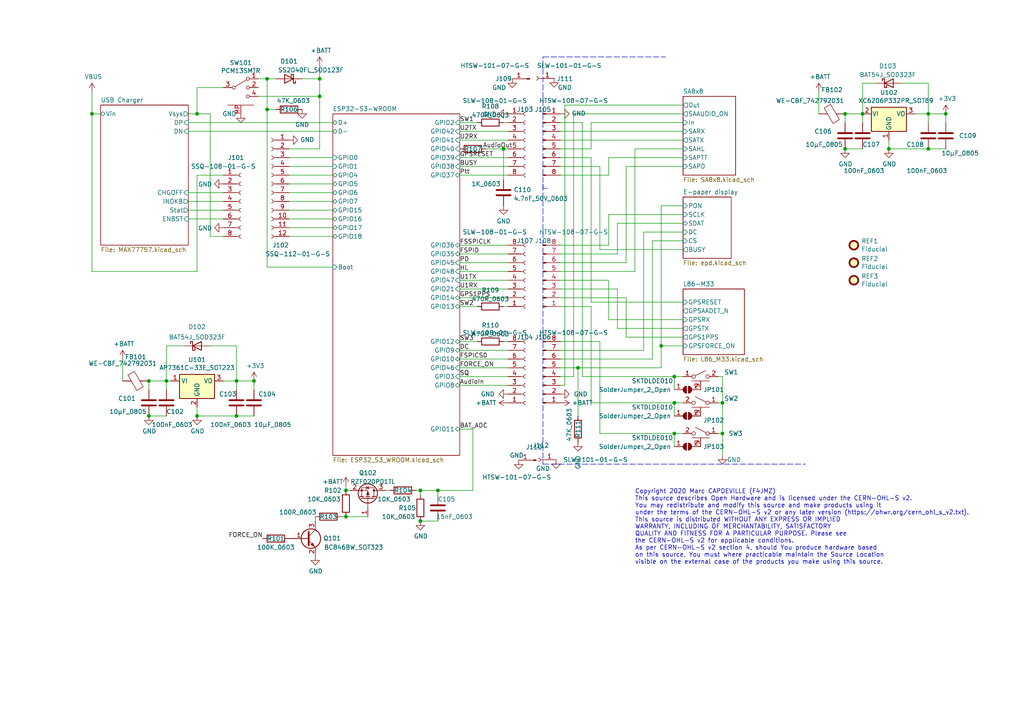
<source format=kicad_sch>
(kicad_sch (version 20211123) (generator eeschema)
  (paper "A4")
  (title_block (title "ESP32s3APRS by F4JMZ") (date "2024-08-24") (rev "0.0.1") (company "©️2025 Marc CAPDEVILLE (F4JMZ)") (comment 1 "Sources : https://github.com/mcapdeville/esp32s3aprs") (comment 2 "Licensed under CERN-OHL-S v2 (https://ohwr.org/cern_ohl_s_v2.txt)"))
  (lib_symbols
    (symbol "CAP_0603:100nF_0603" (pin_numbers hide) (pin_names (offset 0.254))
      (property "Reference" "C" (at 0.635 2.54 0))
      (property "Value" "100nF_0603" (at 0.635 -2.54 0))
      (symbol "100nF_0603_1_1"
        (pin passive line (at 0 3.81 270) (length 2.794) (name "~") (number "1"))
        (pin passive line (at 0 -3.81 90) (length 2.794) (name "~") (number "2"))
      )
    )
    (symbol "CAP_0603:15nF_0603" (pin_numbers hide) (pin_names (offset 0.254))
      (property "Reference" "C" (at 0.635 2.54 0))
      (property "Value" "15nF_0603" (at 0.635 -2.54 0))
      (symbol "15nF_0603_1_1"
        (pin passive line (at 0 3.81 270) (length 2.794) (name "~") (number "1"))
        (pin passive line (at 0 -3.81 90) (length 2.794) (name "~") (number "2"))
      )
    )
    (symbol "CAP_0805:10µF_0805" (pin_numbers hide) (pin_names (offset 0.254))
      (property "Reference" "C" (at 0.635 2.54 0))
      (property "Value" "10µF_0805" (at 0.635 -2.54 0))
      (symbol "10µF_0805_1_1"
        (pin passive line (at 0 3.81 270) (length 2.794) (name "~") (number "1"))
        (pin passive line (at 0 -3.81 90) (length 2.794) (name "~") (number "2"))
      )
    )
    (symbol "CON_THT:HTSW-108-07-G-S" (pin_names (offset 1.016) hide)
      (property "Reference" "J" (at 0 10.16 0))
      (property "Value" "HTSW-108-07-G-S" (at 0 -12.7 0))
      (symbol "HTSW-108-07-G-S_1_1"
        (pin passive line (at 5.08 7.62 180) (length 3.81) (name "Pin_1") (number "1"))
        (pin passive line (at 5.08 5.08 180) (length 3.81) (name "Pin_2") (number "2"))
        (pin passive line (at 5.08 2.54 180) (length 3.81) (name "Pin_3") (number "3"))
        (pin passive line (at 5.08 0 180) (length 3.81) (name "Pin_4") (number "4"))
        (pin passive line (at 5.08 -2.54 180) (length 3.81) (name "Pin_5") (number "5"))
        (pin passive line (at 5.08 -5.08 180) (length 3.81) (name "Pin_6") (number "6"))
        (pin passive line (at 5.08 -7.62 180) (length 3.81) (name "Pin_7") (number "7"))
        (pin passive line (at 5.08 -10.16 180) (length 3.81) (name "Pin_8") (number "8"))
      )
    )
    (symbol "CON_THT:SLW-108-01-G-S" (pin_names (offset 1.016) hide)
      (property "Reference" "J" (at 0 10.16 0))
      (property "Value" "SLW-108-01-G-S" (at 0 -12.7 0))
      (symbol "SLW-108-01-G-S_1_1"
        (pin passive line (at -5.08 7.62 0) (length 3.81) (name "Pin_1") (number "1"))
        (pin passive line (at -5.08 5.08 0) (length 3.81) (name "Pin_2") (number "2"))
        (pin passive line (at -5.08 2.54 0) (length 3.81) (name "Pin_3") (number "3"))
        (pin passive line (at -5.08 0 0) (length 3.81) (name "Pin_4") (number "4"))
        (pin passive line (at -5.08 -2.54 0) (length 3.81) (name "Pin_5") (number "5"))
        (pin passive line (at -5.08 -5.08 0) (length 3.81) (name "Pin_6") (number "6"))
        (pin passive line (at -5.08 -7.62 0) (length 3.81) (name "Pin_7") (number "7"))
        (pin passive line (at -5.08 -10.16 0) (length 3.81) (name "Pin_8") (number "8"))
      )
    )
    (symbol "CON_THT:SSQ-108-01-G-S" (pin_names (offset 1.016) hide)
      (property "Reference" "J" (at 0 10.16 0))
      (property "Value" "SSQ-108-01-G-S" (at 0 -12.7 0))
      (symbol "SSQ-108-01-G-S_1_1"
        (pin passive line (at -5.08 7.62 0) (length 3.81) (name "Pin_1") (number "1"))
        (pin passive line (at -5.08 5.08 0) (length 3.81) (name "Pin_2") (number "2"))
        (pin passive line (at -5.08 2.54 0) (length 3.81) (name "Pin_3") (number "3"))
        (pin passive line (at -5.08 0 0) (length 3.81) (name "Pin_4") (number "4"))
        (pin passive line (at -5.08 -2.54 0) (length 3.81) (name "Pin_5") (number "5"))
        (pin passive line (at -5.08 -5.08 0) (length 3.81) (name "Pin_6") (number "6"))
        (pin passive line (at -5.08 -7.62 0) (length 3.81) (name "Pin_7") (number "7"))
        (pin passive line (at -5.08 -10.16 0) (length 3.81) (name "Pin_8") (number "8"))
      )
    )
    (symbol "CON_THT:SSQ-112-01-G-S" (pin_names (offset 1.016) hide)
      (property "Reference" "J" (at 0 15.24 0))
      (property "Value" "SSQ-112-01-G-S" (at 0 -17.78 0))
      (symbol "SSQ-112-01-G-S_1_1"
        (pin passive line (at -5.08 12.7 0) (length 3.81) (name "Pin_1") (number "1"))
        (pin passive line (at -5.08 -10.16 0) (length 3.81) (name "Pin_10") (number "10"))
        (pin passive line (at -5.08 -12.7 0) (length 3.81) (name "Pin_11") (number "11"))
        (pin passive line (at -5.08 -15.24 0) (length 3.81) (name "Pin_12") (number "12"))
        (pin passive line (at -5.08 10.16 0) (length 3.81) (name "Pin_2") (number "2"))
        (pin passive line (at -5.08 7.62 0) (length 3.81) (name "Pin_3") (number "3"))
        (pin passive line (at -5.08 5.08 0) (length 3.81) (name "Pin_4") (number "4"))
        (pin passive line (at -5.08 2.54 0) (length 3.81) (name "Pin_5") (number "5"))
        (pin passive line (at -5.08 0 0) (length 3.81) (name "Pin_6") (number "6"))
        (pin passive line (at -5.08 -2.54 0) (length 3.81) (name "Pin_7") (number "7"))
        (pin passive line (at -5.08 -5.08 0) (length 3.81) (name "Pin_8") (number "8"))
        (pin passive line (at -5.08 -7.62 0) (length 3.81) (name "Pin_9") (number "9"))
      )
    )
    (symbol "Connector:Conn_01x01_Female" (pin_names (offset 1.016) hide)
      (property "Reference" "J" (at 0 2.54 0))
      (property "Value" "Conn_01x01_Female" (at 0 -2.54 0))
      (symbol "Conn_01x01_Female_1_1"
        (pin passive line (at -5.08 0 0) (length 3.81) (name "Pin_1") (number "1"))
      )
    )
    (symbol "Connector:Conn_01x01_Male" (pin_names (offset 1.016) hide)
      (property "Reference" "J" (at 0 2.54 0))
      (property "Value" "Conn_01x01_Male" (at 0 -2.54 0))
      (symbol "Conn_01x01_Male_1_1"
        (pin passive line (at 5.08 0 180) (length 3.81) (name "Pin_1") (number "1"))
      )
    )
    (symbol "D_SOD123:SS2040FL_SOD123F" (pin_numbers hide) (pin_names hide)
      (property "Reference" "D" (at 0 2.54 0))
      (property "Value" "SS2040FL_SOD123F" (at 0 -2.54 0))
      (symbol "SS2040FL_SOD123F_1_1"
        (pin passive line (at -3.81 0 0) (length 2.54) (name "K") (number "1"))
        (pin passive line (at 3.81 0 180) (length 2.54) (name "A") (number "2"))
      )
    )
    (symbol "D_SOD323:BAT54J_SOD323F" (pin_numbers hide) (pin_names hide)
      (property "Reference" "D" (at 0 2.54 0))
      (property "Value" "BAT54J_SOD323F" (at 0 -2.54 0))
      (symbol "BAT54J_SOD323F_1_1"
        (pin passive line (at -3.81 0 0) (length 2.54) (name "K") (number "1"))
        (pin passive line (at 3.81 0 180) (length 2.54) (name "A") (number "2"))
      )
    )
    (symbol "FB_0805:WE-CBF_742792031" (pin_numbers hide) (pin_names (offset 0))
      (property "Reference" "FB" (at -3.81 0.635 90))
      (property "Value" "WE-CBF_742792031" (at 3.81 0 90))
      (symbol "WE-CBF_742792031_1_1"
        (pin passive line (at 0 3.81 270) (length 2.54) (name "~") (number "1"))
        (pin passive line (at 0 -3.81 90) (length 2.54) (name "~") (number "2"))
      )
    )
    (symbol "Jumper:SolderJumper_2_Open" (pin_names (offset 0) hide)
      (property "Reference" "JP" (at 0 2.032 0))
      (property "Value" "SolderJumper_2_Open" (at 0 -2.54 0))
      (symbol "SolderJumper_2_Open_1_1"
        (pin passive line (at -3.81 0 0) (length 2.54) (name "A") (number "1"))
        (pin passive line (at 3.81 0 180) (length 2.54) (name "B") (number "2"))
      )
    )
    (symbol "Mechanical:Fiducial"
      (property "Reference" "FID" (at 0 5.08 0))
      (property "Value" "Fiducial" (at 0 3.175 0))
    )
    (symbol "Q_SOT323:BC846BW_SOT323" (pin_names (offset 0) hide)
      (property "Reference" "Q" (at 5.08 1.905 0))
      (property "Value" "BC846BW_SOT323" (at 5.08 0 0))
      (symbol "BC846BW_SOT323_1_1"
        (pin input line (at -5.08 0 0) (length 5.715) (name "B") (number "1"))
        (pin passive line (at 2.54 -5.08 90) (length 2.54) (name "E") (number "2"))
        (pin passive line (at 2.54 5.08 270) (length 2.54) (name "C") (number "3"))
      )
    )
    (symbol "Q_SOT323:RZF020P01TL" (pin_names (offset 0) hide)
      (property "Reference" "Q" (at 5.08 1.27 0))
      (property "Value" "RZF020P01TL" (at 5.08 -1.27 0))
      (symbol "RZF020P01TL_1_1"
        (pin input line (at -5.08 0 0) (length 2.54) (name "G") (number "1"))
        (pin passive line (at 2.54 -5.08 90) (length 2.54) (name "S") (number "2"))
        (pin passive line (at 2.54 5.08 270) (length 2.54) (name "D") (number "3"))
      )
    )
    (symbol "REG_SOT223:AP7361C-33E_SOT223"
      (property "Reference" "U" (at 0 6.1468 0))
      (property "Value" "AP7361C-33E_SOT223" (at 0 3.8354 0))
      (symbol "AP7361C-33E_SOT223_1_1"
        (pin power_in line (at -7.62 0 0) (length 2.54) (name "VI") (number "1"))
        (pin power_in line (at 0 -7.62 90) (length 2.54) (name "GND") (number "2"))
        (pin power_out line (at 7.62 0 180) (length 2.54) (name "VO") (number "3"))
      )
    )
    (symbol "REG_SOT89:XC6206P332PR_SOT89" (pin_names (offset 0.254))
      (property "Reference" "U" (at -3.81 3.175 0))
      (property "Value" "XC6206P332PR_SOT89" (at 0 3.175 0))
      (symbol "XC6206P332PR_SOT89_1_1"
        (pin power_in line (at 0 -7.62 90) (length 2.54) (name "GND") (number "1"))
        (pin power_in line (at -7.62 0 0) (length 2.54) (name "VI") (number "2"))
        (pin power_out line (at 7.62 0 180) (length 2.54) (name "VO") (number "3"))
      )
    )
    (symbol "RES_0603:100K_0603" (pin_numbers hide) (pin_names (offset 0))
      (property "Reference" "R" (at 0 -1.27 90))
      (property "Value" "100K_0603" (at 2.54 0 90))
      (symbol "100K_0603_1_1"
        (pin passive line (at 0 3.81 270) (length 1.27) (name "~") (number "1"))
        (pin passive line (at 0 -3.81 90) (length 1.27) (name "~") (number "2"))
      )
    )
    (symbol "RES_0603:100R_0603" (pin_numbers hide) (pin_names (offset 0))
      (property "Reference" "R" (at 0 -1.27 90))
      (property "Value" "100R_0603" (at 2.54 0 90))
      (symbol "100R_0603_1_1"
        (pin passive line (at 0 3.81 270) (length 1.27) (name "~") (number "1"))
        (pin passive line (at 0 -3.81 90) (length 1.27) (name "~") (number "2"))
      )
    )
    (symbol "RES_0603:10K_0603" (pin_numbers hide) (pin_names (offset 0))
      (property "Reference" "R" (at 0 -1.27 90))
      (property "Value" "10K_0603" (at 2.54 0 90))
      (symbol "10K_0603_1_1"
        (pin passive line (at 0 3.81 270) (length 1.27) (name "~") (number "1"))
        (pin passive line (at 0 -3.81 90) (length 1.27) (name "~") (number "2"))
      )
    )
    (symbol "RES_0603:1K_0603" (pin_numbers hide) (pin_names (offset 0))
      (property "Reference" "R" (at 0 -1.27 90))
      (property "Value" "1K_0603" (at 2.54 0 90))
      (symbol "1K_0603_1_1"
        (pin passive line (at 0 3.81 270) (length 1.27) (name "~") (number "1"))
        (pin passive line (at 0 -3.81 90) (length 1.27) (name "~") (number "2"))
      )
    )
    (symbol "SKTDLDE010_1" (pin_names (offset 0) hide)
      (property "Reference" "SW1" (at 8.89 1.27 0))
      (property "Value" "SKTDLDE010_1" (at -13.97 -1.27 0))
      (symbol "SKTDLDE010_1_1_1"
        (pin passive line (at -5.08 0 0) (length 2.54) (name "A") (number "1"))
        (pin passive line (at 5.08 0 180) (length 2.54) (name "B") (number "2"))
        (pin free line (at 0 -3.81 90) (length 2.54) (name "MP") (number "S"))
      )
    )
    (symbol "SKTDLDE010_2" (pin_names (offset 0) hide)
      (property "Reference" "SW1" (at 8.89 1.27 0))
      (property "Value" "SKTDLDE010_2" (at -13.97 -1.27 0))
      (symbol "SKTDLDE010_2_1_1"
        (pin passive line (at -5.08 0 0) (length 2.54) (name "A") (number "1"))
        (pin passive line (at 5.08 0 180) (length 2.54) (name "B") (number "2"))
        (pin free line (at 0 -3.81 90) (length 2.54) (name "MP") (number "S"))
      )
    )
    (symbol "SW_SMD:PCM13SMTR" (pin_names (offset 0) hide)
      (property "Reference" "SW" (at 0 7.1882 0))
      (property "Value" "PCM13SMTR" (at 0 4.8768 0))
      (symbol "PCM13SMTR_1_1"
        (pin passive line (at 5.08 2.54 180) (length 2.54) (name "1") (number "1"))
        (pin passive line (at 5.08 0 180) (length 2.54) (name "2") (number "2"))
        (pin passive line (at -5.08 0 0) (length 2.54) (name "3") (number "3"))
        (pin passive line (at 5.08 -2.54 180) (length 2.54) (name "4") (number "4"))
        (pin input line (at 0 -7.62 90) (length 2.54) (name "MP") (number "MP"))
      )
    )
    (symbol "SW_SMD:SKTDLDE010" (pin_names (offset 0) hide)
      (property "Reference" "SW1" (at 8.89 1.27 0))
      (property "Value" "SKTDLDE010" (at -13.97 -1.27 0))
      (symbol "SKTDLDE010_1_1"
        (pin passive line (at -5.08 0 0) (length 2.54) (name "A") (number "1"))
        (pin passive line (at 5.08 0 180) (length 2.54) (name "B") (number "2"))
        (pin free line (at 0 -3.81 90) (length 2.54) (name "MP") (number "S"))
      )
    )
    (symbol "_symbols:4.7nF_50V_0603" (pin_numbers hide) (pin_names (offset 0.254))
      (property "Reference" "C" (at 0.635 2.54 0))
      (property "Value" "4.7nF_50V_0603" (at 0.635 -2.54 0))
      (symbol "4.7nF_50V_0603_1_1"
        (pin passive line (at 0 3.81 270) (length 2.794) (name "~") (number "1"))
        (pin passive line (at 0 -3.81 90) (length 2.794) (name "~") (number "2"))
      )
    )
    (symbol "_symbols:470R_0603" (pin_numbers hide) (pin_names (offset 0))
      (property "Reference" "R" (at 2.032 0 90))
      (property "Value" "470R_0603" (at 0 0 90))
      (symbol "470R_0603_1_1"
        (pin passive line (at 0 3.81 270) (length 1.27) (name "~") (number "1"))
        (pin passive line (at 0 -3.81 90) (length 1.27) (name "~") (number "2"))
      )
    )
    (symbol "power:+3V3" (power) (pin_names (offset 0))
      (property "Value" "+3V3" (at 0 3.556 0))
      (symbol "+3V3_1_1"
        (pin power_in line (at 0 0 90) (length 0) hide (name "+3V3") (number "1"))
      )
    )
    (symbol "power:+BATT" (power) (pin_names (offset 0))
      (property "Value" "+BATT" (at 0 3.556 0))
      (symbol "+BATT_1_1"
        (pin power_in line (at 0 0 90) (length 0) hide (name "+BATT") (number "1"))
      )
    )
    (symbol "power:GND" (power) (pin_names (offset 0))
      (property "Value" "GND" (at 0 -3.81 0))
      (symbol "GND_1_1"
        (pin power_in line (at 0 0 270) (length 0) hide (name "GND") (number "1"))
      )
    )
    (symbol "power:VBUS" (power) (pin_names (offset 0))
      (property "Value" "VBUS" (at 0 3.81 0))
      (symbol "VBUS_1_1"
        (pin power_in line (at 0 0 90) (length 0) hide (name "VBUS") (number "1"))
      )
    )
  )
  (junction (at 250.19 33.02))
  (junction (at 195.58 109.22))
  (junction (at 167.64 106.68))
  (junction (at 68.58 110.49))
  (junction (at 57.15 120.65))
  (junction (at 77.47 31.75))
  (junction (at 68.58 120.65))
  (junction (at 191.77 100.33))
  (junction (at 92.71 22.86))
  (junction (at 195.58 125.73))
  (junction (at 245.11 43.18))
  (junction (at 57.15 33.02))
  (junction (at 100.33 142.24))
  (junction (at 121.92 142.24))
  (junction (at 121.92 151.13))
  (junction (at 146.05 43.18))
  (junction (at 195.58 116.84))
  (junction (at 245.11 33.02))
  (junction (at 100.33 149.86))
  (junction (at 274.32 33.02))
  (junction (at 43.18 120.65))
  (junction (at 43.18 110.49))
  (junction (at 209.55 116.84))
  (junction (at 73.66 110.49))
  (junction (at 209.55 125.73))
  (junction (at 269.24 43.18))
  (junction (at 48.26 110.49))
  (junction (at 92.71 27.94))
  (junction (at 269.24 33.02))
  (junction (at 77.47 22.86))
  (junction (at 257.81 43.18))
  (junction (at 127 142.24))
  (junction (at 26.67 33.02))
  (wire (pts (xy 162.56 43.18) (xy 171.45 43.18)))
  (wire (pts (xy 64.77 60.96) (xy 54.61 60.96)))
  (wire (pts (xy 138.43 99.06) (xy 133.35 99.06)))
  (polyline (pts (xy 158.75 54.61) (xy 157.48 54.61)))
  (wire (pts (xy 209.55 116.84) (xy 209.55 125.73)))
  (wire (pts (xy 48.26 113.03) (xy 48.26 110.49)))
  (wire (pts (xy 26.67 33.02) (xy 26.67 78.74)))
  (wire (pts (xy 35.56 104.14) (xy 35.56 110.49)))
  (polyline (pts (xy 157.48 134.62) (xy 233.68 134.62)))
  (wire (pts (xy 147.32 109.22) (xy 133.35 109.22)))
  (wire (pts (xy 57.15 50.8) (xy 64.77 50.8)))
  (wire (pts (xy 198.12 30.48) (xy 163.83 30.48)))
  (wire (pts (xy 91.44 151.13) (xy 91.44 149.86)))
  (wire (pts (xy 250.19 43.18) (xy 245.11 43.18)))
  (wire (pts (xy 269.24 33.02) (xy 274.32 33.02)))
  (wire (pts (xy 195.58 116.84) (xy 198.12 116.84)))
  (wire (pts (xy 74.93 22.86) (xy 77.47 22.86)))
  (wire (pts (xy 198.12 69.85) (xy 189.23 69.85)))
  (wire (pts (xy 111.76 142.24) (xy 113.03 142.24)))
  (wire (pts (xy 64.77 63.5) (xy 54.61 63.5)))
  (wire (pts (xy 168.91 109.22) (xy 195.58 109.22)))
  (wire (pts (xy 92.71 22.86) (xy 92.71 27.94)))
  (wire (pts (xy 168.91 35.56) (xy 168.91 109.22)))
  (wire (pts (xy 166.37 33.02) (xy 198.12 33.02)))
  (wire (pts (xy 121.92 143.51) (xy 121.92 142.24)))
  (wire (pts (xy 176.53 92.71) (xy 198.12 92.71)))
  (wire (pts (xy 181.61 97.79) (xy 198.12 97.79)))
  (wire (pts (xy 181.61 48.26) (xy 198.12 48.26)))
  (wire (pts (xy 92.71 27.94) (xy 92.71 43.18)))
  (wire (pts (xy 162.56 71.12) (xy 176.53 71.12)))
  (wire (pts (xy 68.58 113.03) (xy 68.58 110.49)))
  (wire (pts (xy 64.77 25.4) (xy 57.15 25.4)))
  (wire (pts (xy 171.45 45.72) (xy 171.45 87.63)))
  (polyline (pts (xy 157.48 33.02) (xy 157.48 134.62)))
  (wire (pts (xy 147.32 76.2) (xy 133.35 76.2)))
  (polyline (pts (xy 157.48 54.61) (xy 157.48 53.34)))
  (wire (pts (xy 146.05 43.18) (xy 147.32 43.18)))
  (wire (pts (xy 191.77 100.33) (xy 191.77 59.69)))
  (wire (pts (xy 138.43 35.56) (xy 133.35 35.56)))
  (wire (pts (xy 147.32 73.66) (xy 133.35 73.66)))
  (wire (pts (xy 77.47 31.75) (xy 80.01 31.75)))
  (wire (pts (xy 74.93 27.94) (xy 92.71 27.94)))
  (wire (pts (xy 73.66 110.49) (xy 73.66 113.03)))
  (wire (pts (xy 162.56 50.8) (xy 176.53 50.8)))
  (wire (pts (xy 250.19 33.02) (xy 245.11 33.02)))
  (wire (pts (xy 96.52 50.8) (xy 83.82 50.8)))
  (wire (pts (xy 26.67 26.67) (xy 26.67 33.02)))
  (wire (pts (xy 100.33 149.86) (xy 106.68 149.86)))
  (wire (pts (xy 147.32 86.36) (xy 133.35 86.36)))
  (wire (pts (xy 171.45 35.56) (xy 198.12 35.56)))
  (wire (pts (xy 83.82 58.42) (xy 96.52 58.42)))
  (wire (pts (xy 265.43 33.02) (xy 269.24 33.02)))
  (wire (pts (xy 147.32 45.72) (xy 133.35 45.72)))
  (wire (pts (xy 184.15 43.18) (xy 198.12 43.18)))
  (wire (pts (xy 147.32 99.06) (xy 146.05 99.06)))
  (wire (pts (xy 176.53 62.23) (xy 198.12 62.23)))
  (wire (pts (xy 83.82 53.34) (xy 96.52 53.34)))
  (wire (pts (xy 176.53 81.28) (xy 176.53 92.71)))
  (wire (pts (xy 162.56 81.28) (xy 176.53 81.28)))
  (wire (pts (xy 137.16 142.24) (xy 127 142.24)))
  (wire (pts (xy 53.34 100.33) (xy 48.26 100.33)))
  (wire (pts (xy 54.61 58.42) (xy 64.77 58.42)))
  (wire (pts (xy 209.55 109.22) (xy 209.55 116.84)))
  (wire (pts (xy 176.53 50.8) (xy 176.53 45.72)))
  (wire (pts (xy 99.06 149.86) (xy 100.33 149.86)))
  (wire (pts (xy 208.28 125.73) (xy 209.55 125.73)))
  (wire (pts (xy 147.32 35.56) (xy 146.05 35.56)))
  (wire (pts (xy 173.99 72.39) (xy 173.99 48.26)))
  (wire (pts (xy 57.15 25.4) (xy 57.15 33.02)))
  (wire (pts (xy 162.56 99.06) (xy 173.99 99.06)))
  (wire (pts (xy 167.64 106.68) (xy 191.77 106.68)))
  (wire (pts (xy 173.99 125.73) (xy 195.58 125.73)))
  (wire (pts (xy 92.71 43.18) (xy 83.82 43.18)))
  (wire (pts (xy 162.56 78.74) (xy 184.15 78.74)))
  (wire (pts (xy 257.81 43.18) (xy 269.24 43.18)))
  (wire (pts (xy 87.63 22.86) (xy 92.71 22.86)))
  (wire (pts (xy 181.61 86.36) (xy 181.61 97.79)))
  (wire (pts (xy 140.97 43.18) (xy 146.05 43.18)))
  (wire (pts (xy 171.45 88.9) (xy 171.45 116.84)))
  (wire (pts (xy 195.58 109.22) (xy 195.58 113.03)))
  (wire (pts (xy 162.56 48.26) (xy 173.99 48.26)))
  (wire (pts (xy 147.32 83.82) (xy 133.35 83.82)))
  (wire (pts (xy 49.53 110.49) (xy 48.26 110.49)))
  (wire (pts (xy 29.21 33.02) (xy 26.67 33.02)))
  (wire (pts (xy 68.58 120.65) (xy 73.66 120.65)))
  (wire (pts (xy 191.77 100.33) (xy 198.12 100.33)))
  (wire (pts (xy 162.56 35.56) (xy 168.91 35.56)))
  (polyline (pts (xy 157.48 16.51) (xy 193.04 16.51)))
  (wire (pts (xy 186.69 67.31) (xy 198.12 67.31)))
  (wire (pts (xy 96.52 66.04) (xy 83.82 66.04)))
  (wire (pts (xy 68.58 100.33) (xy 68.58 110.49)))
  (wire (pts (xy 96.52 55.88) (xy 83.82 55.88)))
  (wire (pts (xy 48.26 110.49) (xy 43.18 110.49)))
  (wire (pts (xy 195.58 125.73) (xy 195.58 129.54)))
  (wire (pts (xy 173.99 99.06) (xy 173.99 125.73)))
  (wire (pts (xy 176.53 45.72) (xy 198.12 45.72)))
  (wire (pts (xy 100.33 142.24) (xy 101.6 142.24)))
  (wire (pts (xy 167.64 106.68) (xy 167.64 120.65)))
  (wire (pts (xy 162.56 45.72) (xy 171.45 45.72)))
  (wire (pts (xy 138.43 88.9) (xy 133.35 88.9)))
  (wire (pts (xy 208.28 116.84) (xy 209.55 116.84)))
  (wire (pts (xy 181.61 76.2) (xy 181.61 48.26)))
  (wire (pts (xy 26.67 78.74) (xy 57.15 78.74)))
  (wire (pts (xy 147.32 78.74) (xy 133.35 78.74)))
  (wire (pts (xy 133.35 111.76) (xy 147.32 111.76)))
  (wire (pts (xy 133.35 104.14) (xy 147.32 104.14)))
  (wire (pts (xy 120.65 142.24) (xy 121.92 142.24)))
  (wire (pts (xy 57.15 118.11) (xy 57.15 120.65)))
  (wire (pts (xy 68.58 110.49) (xy 73.66 110.49)))
  (wire (pts (xy 146.05 52.07) (xy 146.05 43.18)))
  (wire (pts (xy 77.47 77.47) (xy 96.52 77.47)))
  (wire (pts (xy 195.58 109.22) (xy 198.12 109.22)))
  (wire (pts (xy 198.12 72.39) (xy 173.99 72.39)))
  (wire (pts (xy 57.15 120.65) (xy 68.58 120.65)))
  (wire (pts (xy 189.23 104.14) (xy 162.56 104.14)))
  (wire (pts (xy 60.96 33.02) (xy 60.96 68.58)))
  (wire (pts (xy 171.45 87.63) (xy 198.12 87.63)))
  (wire (pts (xy 57.15 33.02) (xy 60.96 33.02)))
  (wire (pts (xy 189.23 69.85) (xy 189.23 104.14)))
  (wire (pts (xy 147.32 38.1) (xy 133.35 38.1)))
  (wire (pts (xy 96.52 45.72) (xy 83.82 45.72)))
  (wire (pts (xy 147.32 71.12) (xy 133.35 71.12)))
  (wire (pts (xy 147.32 88.9) (xy 146.05 88.9)))
  (wire (pts (xy 147.32 48.26) (xy 133.35 48.26)))
  (wire (pts (xy 77.47 31.75) (xy 77.47 77.47)))
  (wire (pts (xy 133.35 101.6) (xy 147.32 101.6)))
  (wire (pts (xy 147.32 40.64) (xy 133.35 40.64)))
  (wire (pts (xy 269.24 35.56) (xy 269.24 33.02)))
  (wire (pts (xy 137.16 124.46) (xy 137.16 142.24)))
  (wire (pts (xy 96.52 60.96) (xy 83.82 60.96)))
  (wire (pts (xy 162.56 86.36) (xy 181.61 86.36)))
  (wire (pts (xy 209.55 125.73) (xy 209.55 132.08)))
  (wire (pts (xy 269.24 24.13) (xy 269.24 33.02)))
  (wire (pts (xy 100.33 140.97) (xy 100.33 142.24)))
  (wire (pts (xy 237.49 26.67) (xy 237.49 33.02)))
  (wire (pts (xy 162.56 109.22) (xy 166.37 109.22)))
  (wire (pts (xy 191.77 59.69) (xy 198.12 59.69)))
  (wire (pts (xy 163.83 111.76) (xy 162.56 111.76)))
  (wire (pts (xy 64.77 55.88) (xy 54.61 55.88)))
  (wire (pts (xy 83.82 48.26) (xy 96.52 48.26)))
  (wire (pts (xy 195.58 116.84) (xy 195.58 120.65)))
  (wire (pts (xy 147.32 50.8) (xy 133.35 50.8)))
  (wire (pts (xy 184.15 78.74) (xy 184.15 43.18)))
  (wire (pts (xy 133.35 124.46) (xy 137.16 124.46)))
  (wire (pts (xy 179.07 73.66) (xy 179.07 64.77)))
  (wire (pts (xy 77.47 22.86) (xy 80.01 22.86)))
  (wire (pts (xy 162.56 88.9) (xy 171.45 88.9)))
  (wire (pts (xy 208.28 109.22) (xy 209.55 109.22)))
  (wire (pts (xy 57.15 50.8) (xy 57.15 78.74)))
  (wire (pts (xy 83.82 63.5) (xy 96.52 63.5)))
  (wire (pts (xy 195.58 125.73) (xy 198.12 125.73)))
  (wire (pts (xy 64.77 110.49) (xy 68.58 110.49)))
  (wire (pts (xy 179.07 95.25) (xy 198.12 95.25)))
  (wire (pts (xy 54.61 38.1) (xy 96.52 38.1)))
  (wire (pts (xy 121.92 142.24) (xy 127 142.24)))
  (wire (pts (xy 261.62 24.13) (xy 269.24 24.13)))
  (wire (pts (xy 269.24 43.18) (xy 274.32 43.18)))
  (wire (pts (xy 127 143.51) (xy 127 142.24)))
  (wire (pts (xy 250.19 24.13) (xy 250.19 33.02)))
  (wire (pts (xy 162.56 38.1) (xy 198.12 38.1)))
  (wire (pts (xy 254 24.13) (xy 250.19 24.13)))
  (wire (pts (xy 48.26 100.33) (xy 48.26 110.49)))
  (wire (pts (xy 54.61 33.02) (xy 57.15 33.02)))
  (wire (pts (xy 186.69 101.6) (xy 186.69 67.31)))
  (wire (pts (xy 133.35 81.28) (xy 147.32 81.28)))
  (wire (pts (xy 60.96 100.33) (xy 68.58 100.33)))
  (wire (pts (xy 43.18 110.49) (xy 43.18 113.03)))
  (wire (pts (xy 133.35 106.68) (xy 147.32 106.68)))
  (wire (pts (xy 162.56 106.68) (xy 167.64 106.68)))
  (wire (pts (xy 245.11 33.02) (xy 245.11 35.56)))
  (wire (pts (xy 191.77 106.68) (xy 191.77 100.33)))
  (wire (pts (xy 162.56 101.6) (xy 186.69 101.6)))
  (wire (pts (xy 77.47 22.86) (xy 77.47 31.75)))
  (wire (pts (xy 179.07 64.77) (xy 198.12 64.77)))
  (wire (pts (xy 179.07 83.82) (xy 179.07 95.25)))
  (wire (pts (xy 48.26 120.65) (xy 43.18 120.65)))
  (wire (pts (xy 60.96 68.58) (xy 64.77 68.58)))
  (wire (pts (xy 176.53 71.12) (xy 176.53 62.23)))
  (wire (pts (xy 83.82 68.58) (xy 96.52 68.58)))
  (wire (pts (xy 162.56 83.82) (xy 179.07 83.82)))
  (wire (pts (xy 257.81 40.64) (xy 257.81 43.18)))
  (wire (pts (xy 54.61 35.56) (xy 96.52 35.56)))
  (wire (pts (xy 162.56 73.66) (xy 179.07 73.66)))
  (wire (pts (xy 127 151.13) (xy 121.92 151.13)))
  (wire (pts (xy 92.71 19.05) (xy 92.71 22.86)))
  (wire (pts (xy 162.56 76.2) (xy 181.61 76.2)))
  (wire (pts (xy 166.37 109.22) (xy 166.37 33.02)))
  (wire (pts (xy 198.12 40.64) (xy 162.56 40.64)))
  (wire (pts (xy 274.32 33.02) (xy 274.32 35.56)))
  (wire (pts (xy 171.45 43.18) (xy 171.45 35.56)))
  (wire (pts (xy 163.83 30.48) (xy 163.83 111.76)))
  (wire (pts (xy 171.45 116.84) (xy 195.58 116.84)))
  (polyline (pts (xy 157.48 33.02) (xy 157.48 16.51)))
  (wire (pts (xy 250.19 35.56) (xy 250.19 33.02)))
  (text "Copyright 2020 Marc CAPDEVILLE (F4JMZ)\nThis source describes Open Hardware and is licensed under the CERN-OHL-S v2.\nYou may redistribute and modify this source and make products using it\nunder the terms of the CERN-OHL-S v2 or any later version (https://ohwr.org/cern_ohl_s_v2.txt).\nThis source is distributed WITHOUT ANY EXPRESS OR IMPLIED\nWARRANTY, INCLUDING OF MERCHANTABILITY, SATISFACTORY\nQUALITY AND FITNESS FOR A PARTICULAR PURPOSE. Please see\nthe CERN-OHL-S v2 for applicable conditions.\nAs per CERN-OHL-S v2 section 4, should You produce hardware based\non this source, You must where practicable maintain the Source Location\nvisible on the external case of the products you make using this source." (at 184.15 163.83 0) (effects (font (size 1.27 1.27)) (justify left bottom)))
  (label "BAT_ADC" (at 133.35 124.46 0))
  (label "FSSPICLK" (at 133.35 71.12 0))
  (label "DC" (at 133.35 101.6 0))
  (label "GPS1PPS" (at 133.35 86.36 0))
  (label "FORCE_ON" (at 76.2 156.21 180))
  (label "HL" (at 133.35 78.74 0))
  (label "BUSY" (at 133.35 48.26 0))
  (label "FSPICS0" (at 133.35 104.14 0))
  (label "AudioOut" (at 148.59 43.18 180))
  (label "PD" (at 133.35 76.2 0))
  (label "SW2" (at 133.35 88.9 0))
  (label "U1TX" (at 133.35 81.28 0))
  (label "FSPID" (at 133.35 73.66 0))
  (label "GPSRESET" (at 133.35 45.72 0))
  (label "SW1" (at 133.35 35.56 0))
  (label "Ptt" (at 133.35 50.8 0))
  (label "SW3" (at 133.35 99.06 0))
  (label "U2RX" (at 133.35 40.64 0))
  (label "U2TX" (at 133.35 38.1 0))
  (label "SQ" (at 133.35 109.22 0))
  (label "AudioIn" (at 133.35 111.76 0))
  (label "FORCE_ON" (at 133.35 106.68 0))
  (label "U1RX" (at 133.35 83.82 0))
  (symbol (lib_id "power:+BATT") (at 92.71 19.05 0) (unit 1)
    (property "Reference" "#PWR0104" (effects hide))
    (property "Value" "+BATT" (at 93.091 14.6558 0))
  )
  (symbol (lib_id "power:VBUS") (at 26.67 26.67 0) (unit 1)
    (property "Reference" "#PWR0101" (effects hide))
    (property "Value" "VBUS" (at 27.051 22.2758 0))
  )
  (symbol (lib_id "CON_THT:SSQ-108-01-G-S") (at 69.85 58.42 0) (unit 1)
    (property "Reference" "J101" (at 66.04 45.72 0) (effects (justify left)))
    (property "Value" "SSQ-108-01-G-S" (at 64.77 48.26 0))
    (property "Footprint" "Connector_PinSocket_2.54mm:PinSocket_1x08_P2.54mm_Vertical" (effects hide))
    (property "Mouser" "200-SSQ10801GS" (effects hide))
  )
  (symbol (lib_name "SKTDLDE010_2") (lib_id "SW_SMD:SKTDLDE010") (at 203.2 116.84 0) (mirror y) (unit 1)
    (property "Reference" "SW2" (at 212.09 115.57 0))
    (property "Value" "SKTDLDE010" (at 189.23 118.11 0))
    (property "Footprint" "_footprint:SKTDLDE010" (effects hide))
    (property "Radiospares" "917-3839" (effects hide))
    (property "Mouser" "688-SKTDLDE010" (effects hide))
  )
  (symbol (lib_name "SKTDLDE010_1") (lib_id "SW_SMD:SKTDLDE010") (at 203.2 125.73 0) (mirror y) (unit 1)
    (property "Reference" "SW3" (at 213.36 125.73 0))
    (property "Value" "SKTDLDE010" (at 189.23 127 0))
    (property "Footprint" "_footprint:SKTDLDE010" (effects hide))
    (property "Radiospares" "917-3839" (effects hide))
    (property "Mouser" "688-SKTDLDE010" (effects hide))
  )
  (symbol (lib_id "SW_SMD:PCM13SMTR") (at 69.85 25.4 0) (unit 1)
    (property "Reference" "SW101" (at 69.85 18.2118 0))
    (property "Value" "PCM13SMTR" (at 69.85 20.5232 0))
    (property "Footprint" "_footprint:SW_PCM13SMTR _SP3T" (effects hide))
    (property "Mouser" "611-PCM13SMTR " (effects hide))
  )
  (symbol (lib_id "power:GND") (at 64.77 53.34 270) (unit 1)
    (property "Reference" "#PWR0102" (effects hide))
    (property "Value" "GND" (at 61.5188 53.467 90) (effects (justify right)))
  )
  (symbol (lib_id "power:GND") (at 64.77 66.04 270) (unit 1)
    (property "Reference" "#PWR0103" (effects hide))
    (property "Value" "GND" (at 61.5188 66.167 90) (effects (justify right)))
  )
  (symbol (lib_id "D_SOD123:SS2040FL_SOD123F") (at 83.82 22.86 180) (unit 1)
    (property "Reference" "D101" (at 83.82 17.78 0))
    (property "Value" "SS2040FL_SOD123F" (at 90.17 20.32 0))
    (property "Footprint" "Diode_SMD:D_SOD-123F" (effects hide))
    (property "Mouser" "241-SS2040FLAUR100A1" (effects hide))
  )
  (symbol (lib_id "CON_THT:SSQ-112-01-G-S") (at 78.74 53.34 0) (mirror y) (unit 1)
    (property "Reference" "J102" (at 83.82 71.12 0) (effects (justify left)))
    (property "Value" "SSQ-112-01-G-S" (at 86.36 73.66 0))
    (property "Footprint" "Connector_PinSocket_2.54mm:PinSocket_1x12_P2.54mm_Vertical" (effects hide))
    (property "Mouser" "200-SSQ11201GS" (effects hide))
  )
  (symbol (lib_id "power:GND") (at 83.82 40.64 90) (unit 1)
    (property "Reference" "#PWR0105" (effects hide))
    (property "Value" "GND" (at 87.0712 40.513 90) (effects (justify right)))
  )
  (symbol (lib_id "REG_SOT89:XC6206P332PR_SOT89") (at 257.81 33.02 0) (unit 1)
    (property "Reference" "U102" (at 257.81 26.8732 0))
    (property "Value" "XC6206P332PR_SOT89" (at 248.92 29.21 0) (effects (justify left)))
    (property "Footprint" "Package_TO_SOT_SMD:SOT-89-3" (effects hide))
    (property "Mouser" "865-XC6206P332PR-G" (effects hide))
  )
  (symbol (lib_id "power:+BATT") (at 237.49 26.67 0) (unit 1)
    (property "Reference" "#PWR0108" (effects hide))
    (property "Value" "+BATT" (at 237.871 22.2758 0))
  )
  (symbol (lib_id "CAP_0603:100nF_0603") (at 250.19 39.37 0) (mirror y) (unit 1)
    (property "Reference" "C107" (at 255.27 41.91 0) (effects (justify left)))
    (property "Value" "100nF_0603" (at 256.54 49.53 0) (effects (justify left)))
    (property "Footprint" "Capacitor_SMD:C_0603_1608Metric" (effects hide))
    (property "Radiospares" "184-3685" (effects hide))
    (property "Mouser" "963-UMK107B7104KAHT" (effects hide))
  )
  (symbol (lib_id "CAP_0805:10µF_0805") (at 245.11 39.37 0) (mirror y) (unit 1)
    (property "Reference" "C106" (at 241.3 38.1 0) (effects (justify left)))
    (property "Value" "10µF_0805" (at 244.475 41.91 0) (effects (justify left)))
    (property "Footprint" "Capacitor_SMD:C_0805_2012Metric" (effects hide))
    (property "Radiospares" "184-3756" (effects hide))
    (property "Mouser" "963-TMK212BBJ106MG-T" (effects hide))
  )
  (symbol (lib_id "power:GND") (at 245.11 43.18 0) (unit 1)
    (property "Reference" "#PWR0109" (effects hide))
    (property "Value" "GND" (at 245.237 47.5742 0))
  )
  (symbol (lib_id "FB_0805:WE-CBF_742792031") (at 241.3 33.02 90) (mirror x) (unit 1)
    (property "Reference" "FB102" (at 241.3 26.0604 90))
    (property "Value" "WE-CBF_742792031" (at 234.95 29.21 90))
    (property "Footprint" "Inductor_SMD:L_0805_2012Metric" (effects hide))
    (property "Radiospares" "669-4092" (effects hide))
    (property "Mouser" "710-742792031" (effects hide))
  )
  (symbol (lib_id "power:+BATT") (at 147.32 116.84 90) (unit 1)
    (property "Reference" "#PWR0106" (effects hide))
    (property "Value" "+BATT" (at 140.97 116.84 90))
  )
  (symbol (lib_id "CAP_0603:100nF_0603") (at 269.24 39.37 0) (unit 1)
    (property "Reference" "C108" (at 262.89 41.91 0) (effects (justify left)))
    (property "Value" "100nF_0603" (at 262.89 49.53 0) (effects (justify left)))
    (property "Footprint" "Capacitor_SMD:C_0603_1608Metric" (effects hide))
    (property "Radiospares" "184-3685" (effects hide))
    (property "Mouser" "963-UMK107B7104KAHT" (effects hide))
  )
  (symbol (lib_id "CAP_0805:10µF_0805") (at 274.32 39.37 0) (unit 1)
    (property "Reference" "C109" (at 278.13 39.37 0) (effects (justify left)))
    (property "Value" "10µF_0805" (at 273.05 44.45 0) (effects (justify left)))
    (property "Footprint" "Capacitor_SMD:C_0805_2012Metric" (effects hide))
    (property "Radiospares" "184-3756" (effects hide))
    (property "Mouser" "963-TMK212BBJ106MG-T" (effects hide))
  )
  (symbol (lib_id "power:GND") (at 257.81 43.18 0) (unit 1)
    (property "Reference" "#PWR0110" (effects hide))
    (property "Value" "GND" (at 257.937 47.5742 0))
  )
  (symbol (lib_id "CAP_0603:15nF_0603") (at 127 147.32 0) (mirror y) (unit 1)
    (property "Reference" "C105" (at 132.08 144.78 0) (effects (justify left)))
    (property "Value" "15nF_0603" (at 137.16 149.86 0) (effects (justify left)))
    (property "Footprint" "Capacitor_SMD:C_0603_1608Metric" (effects hide))
    (property "Radiospares" "839-2969" (effects hide))
    (property "Mouser" "710-885012206090" (effects hide))
  )
  (symbol (lib_id "Q_SOT323:RZF020P01TL") (at 106.68 144.78 270) (mirror x) (unit 1)
    (property "Reference" "Q102" (at 106.68 137.16 90))
    (property "Value" "RZF020P01TL" (at 101.6 139.7 90) (effects (justify left)))
    (property "Footprint" "_footprint:SOT-323T_SC-113A" (effects hide))
    (property "Mouser" "755-RZF020P01TL" (effects hide))
  )
  (symbol (lib_id "REG_SOT223:AP7361C-33E_SOT223") (at 57.15 110.49 0) (unit 1)
    (property "Reference" "U101" (at 57.15 104.3432 0))
    (property "Value" "AP7361C-33E_SOT223" (at 57.15 106.6546 0))
    (property "Footprint" "Package_TO_SOT_SMD:SOT-223-3_TabPin2" (effects hide))
    (property "Mouser" "621-AP7361C-33E-13" (effects hide))
  )
  (symbol (lib_id "power:+BATT") (at 35.56 104.14 0) (unit 1)
    (property "Reference" "#PWR0111" (effects hide))
    (property "Value" "+BATT" (at 35.941 99.7458 0))
  )
  (symbol (lib_id "CAP_0603:100nF_0603") (at 68.58 116.84 0) (unit 1)
    (property "Reference" "C103" (at 63.5 114.3 0) (effects (justify left)))
    (property "Value" "100nF_0603" (at 60.96 123.19 0) (effects (justify left)))
    (property "Footprint" "Capacitor_SMD:C_0603_1608Metric" (effects hide))
    (property "Radiospares" "184-3685" (effects hide))
    (property "Mouser" "963-UMK107B7104KAHT" (effects hide))
  )
  (symbol (lib_id "CAP_0805:10µF_0805") (at 73.66 116.84 0) (unit 1)
    (property "Reference" "C104" (at 74.93 114.3 0) (effects (justify left)))
    (property "Value" "10µF_0805" (at 73.66 123.19 0) (effects (justify left)))
    (property "Footprint" "Capacitor_SMD:C_0805_2012Metric" (effects hide))
    (property "Radiospares" "184-3756" (effects hide))
    (property "Mouser" "963-TMK212BBJ106MG-T" (effects hide))
  )
  (symbol (lib_id "power:+3V3") (at 73.66 110.49 0) (unit 1)
    (property "Reference" "#PWR0113" (effects hide))
    (property "Value" "+3V3" (at 74.041 106.0958 0))
  )
  (symbol (lib_id "power:GND") (at 57.15 120.65 0) (unit 1)
    (property "Reference" "#PWR0116" (effects hide))
    (property "Value" "GND" (at 57.277 125.0442 0))
  )
  (symbol (lib_id "CAP_0603:100nF_0603") (at 48.26 116.84 0) (mirror y) (unit 1)
    (property "Reference" "C102" (at 53.34 119.38 0) (effects (justify left)))
    (property "Value" "100nF_0603" (at 55.88 123.19 0) (effects (justify left)))
    (property "Footprint" "Capacitor_SMD:C_0603_1608Metric" (effects hide))
    (property "Radiospares" "184-3685" (effects hide))
    (property "Mouser" "963-UMK107B7104KAHT" (effects hide))
  )
  (symbol (lib_id "CAP_0805:10µF_0805") (at 43.18 116.84 0) (mirror y) (unit 1)
    (property "Reference" "C101" (at 39.37 115.57 0) (effects (justify left)))
    (property "Value" "10µF_0805" (at 42.545 119.38 0) (effects (justify left)))
    (property "Footprint" "Capacitor_SMD:C_0805_2012Metric" (effects hide))
    (property "Radiospares" "184-3756" (effects hide))
    (property "Mouser" "963-TMK212BBJ106MG-T" (effects hide))
  )
  (symbol (lib_id "power:GND") (at 43.18 120.65 0) (unit 1)
    (property "Reference" "#PWR0117" (effects hide))
    (property "Value" "GND" (at 43.307 125.0442 0))
  )
  (symbol (lib_id "FB_0805:WE-CBF_742792031") (at 39.37 110.49 90) (mirror x) (unit 1)
    (property "Reference" "FB101" (at 39.37 103.5304 90))
    (property "Value" "WE-CBF_742792031" (at 35.56 105.41 90))
    (property "Footprint" "Inductor_SMD:L_0805_2012Metric" (effects hide))
    (property "Radiospares" "669-4092" (effects hide))
    (property "Mouser" "710-742792031" (effects hide))
  )
  (symbol (lib_id "RES_0603:10K_0603") (at 100.33 146.05 0) (unit 1)
    (property "Reference" "R102" (at 93.98 142.24 0) (effects (justify left)))
    (property "Value" "10K_0603" (at 93.98 144.78 0))
    (property "Footprint" "Resistor_SMD:R_0603_1608Metric" (effects hide))
    (property "Radiospares" "199-5443" (effects hide))
    (property "Mouser" "603-RC0603FR-0710KL" (effects hide))
  )
  (symbol (lib_id "power:+BATT") (at 162.56 116.84 270) (unit 1)
    (property "Reference" "#PWR0115" (effects hide))
    (property "Value" "+BATT" (at 168.91 116.84 90))
  )
  (symbol (lib_id "Q_SOT323:BC846BW_SOT323") (at 88.9 156.21 0) (unit 1)
    (property "Reference" "Q101" (at 93.7514 156.1338 0) (effects (justify left)))
    (property "Value" "BC846BW_SOT323" (at 93.98 158.75 0) (effects (justify left)))
    (property "Footprint" "Package_TO_SOT_SMD:SOT-323_SC-70" (effects hide))
    (property "Datasheet" "https://assets.nexperia.com/documents/data-sheet/BC846_SER.pdf" (effects hide))
    (property "Radiospares" "436-7931" (effects hide))
    (property "Mouser" "771-BC846BW-T/R" (effects hide))
  )
  (symbol (lib_id "RES_0603:100K_0603") (at 80.01 156.21 270) (unit 1)
    (property "Reference" "R101" (at 80.01 156.21 90))
    (property "Value" "100K_0603" (at 80.01 158.75 90))
    (property "Footprint" "Resistor_SMD:R_0603_1608Metric" (effects hide))
    (property "Radiospares" "199-5439" (effects hide))
    (property "Mouser" "603-RC0603FR-07100KL" (effects hide))
  )
  (symbol (lib_id "power:GND") (at 91.44 161.29 0) (unit 1)
    (property "Reference" "#PWR0120" (effects hide))
    (property "Value" "GND" (at 91.567 165.6842 0))
  )
  (symbol (lib_id "RES_0603:100R_0603") (at 95.25 149.86 270) (mirror x) (unit 1)
    (property "Reference" "R103" (at 95.25 149.86 90))
    (property "Value" "100R_0603" (at 86.36 148.59 90))
    (property "Footprint" "Resistor_SMD:R_0603_1608Metric" (effects hide))
    (property "Radiospares" "199-5441" (effects hide))
    (property "Mouser" "603-RC0603FR-07100RL" (effects hide))
  )
  (symbol (lib_id "power:+3V3") (at 274.32 33.02 0) (unit 1)
    (property "Reference" "#PWR0132" (effects hide))
    (property "Value" "+3V3" (at 274.701 28.6258 0))
  )
  (symbol (lib_id "CON_THT:SLW-108-01-G-S") (at 152.4 40.64 0) (unit 1)
    (property "Reference" "J103" (at 149.86 31.75 0) (effects (justify left)))
    (property "Value" "SLW-108-01-G-S" (at 143.51 29.21 0))
    (property "Footprint" "Connector_PinSocket_2.54mm:PinSocket_1x08_P2.54mm_Vertical" (effects hide))
    (property "Mouser" " 200-SLW10801GS" (effects hide))
  )
  (symbol (lib_id "CON_THT:HTSW-108-07-G-S") (at 157.48 40.64 0) (unit 1)
    (property "Reference" "J105" (at 157.48 31.75 0))
    (property "Value" "HTSW-108-07-G-S" (at 166.37 29.21 0))
    (property "Footprint" "Connector_PinHeader_2.54mm:PinHeader_1x08_P2.54mm_Vertical" (effects hide))
    (property "Mouser" "200-HTSW10807GS" (effects hide))
  )
  (symbol (lib_id "power:GND") (at 147.32 33.02 270) (unit 1)
    (property "Reference" "#PWR0112" (effects hide))
    (property "Value" "GND" (at 144.0688 33.147 90) (effects (justify right)))
  )
  (symbol (lib_id "power:GND") (at 162.56 33.02 90) (unit 1)
    (property "Reference" "#PWR0114" (effects hide))
    (property "Value" "GND" (at 165.8112 32.893 90) (effects (justify right)))
  )
  (symbol (lib_id "RES_0603:10K_0603") (at 121.92 147.32 0) (unit 1)
    (property "Reference" "R105" (at 115.57 147.32 0) (effects (justify left)))
    (property "Value" "10K_0603" (at 115.57 149.86 0))
    (property "Footprint" "Resistor_SMD:R_0603_1608Metric" (effects hide))
    (property "Radiospares" "199-5443" (effects hide))
    (property "Mouser" "603-RC0603FR-0710KL" (effects hide))
  )
  (symbol (lib_id "RES_0603:10K_0603") (at 116.84 142.24 270) (unit 1)
    (property "Reference" "R104" (at 116.84 142.24 90))
    (property "Value" "10K_0603" (at 114.3 144.78 90))
    (property "Footprint" "Resistor_SMD:R_0603_1608Metric" (effects hide))
    (property "Radiospares" "199-5443" (effects hide))
    (property "Mouser" "603-RC0603FR-0710KL" (effects hide))
  )
  (symbol (lib_id "power:GND") (at 121.92 151.13 0) (unit 1)
    (property "Reference" "#PWR0121" (effects hide))
    (property "Value" "GND" (at 122.047 155.5242 0))
  )
  (symbol (lib_id "CON_THT:SLW-108-01-G-S") (at 152.4 81.28 0) (mirror x) (unit 1)
    (property "Reference" "J107" (at 149.86 69.85 0) (effects (justify left)))
    (property "Value" "SLW-108-01-G-S" (at 143.51 67.31 0))
    (property "Footprint" "Connector_PinSocket_2.54mm:PinSocket_1x08_P2.54mm_Vertical" (effects hide))
    (property "Mouser" " 200-SLW10801GS" (effects hide))
  )
  (symbol (lib_id "CON_THT:HTSW-108-07-G-S") (at 157.48 81.28 0) (mirror x) (unit 1)
    (property "Reference" "J108" (at 157.48 69.85 0))
    (property "Value" "HTSW-108-07-G-S" (at 166.37 67.31 0))
    (property "Footprint" "Connector_PinHeader_2.54mm:PinHeader_1x08_P2.54mm_Vertical" (effects hide))
    (property "Mouser" "200-HTSW10807GS" (effects hide))
  )
  (symbol (lib_id "power:GND") (at 147.32 114.3 270) (unit 1)
    (property "Reference" "#PWR0122" (effects hide))
    (property "Value" "GND" (at 143.51 114.3 90) (effects (justify right)))
  )
  (symbol (lib_id "CON_THT:SLW-108-01-G-S") (at 152.4 109.22 0) (mirror x) (unit 1)
    (property "Reference" "J104" (at 149.86 97.79 0) (effects (justify left)))
    (property "Value" "SLW-108-01-G-S" (at 143.51 96.52 0))
    (property "Footprint" "Connector_PinSocket_2.54mm:PinSocket_1x08_P2.54mm_Vertical" (effects hide))
    (property "Mouser" " 200-SLW10801GS" (effects hide))
  )
  (symbol (lib_id "power:GND") (at 162.56 114.3 90) (mirror x) (unit 1)
    (property "Reference" "#PWR0123" (effects hide))
    (property "Value" "GND" (at 166.37 114.3 90) (effects (justify right)))
  )
  (symbol (lib_id "CON_THT:HTSW-108-07-G-S") (at 157.48 109.22 0) (mirror x) (unit 1)
    (property "Reference" "J106" (at 157.48 97.79 0))
    (property "Value" "HTSW-108-07-G-S" (at 166.37 96.52 0))
    (property "Footprint" "Connector_PinHeader_2.54mm:PinHeader_1x08_P2.54mm_Vertical" (effects hide))
    (property "Mouser" "200-HTSW10807GS" (effects hide))
  )
  (symbol (lib_id "SW_SMD:SKTDLDE010") (at 203.2 109.22 0) (unit 1)
    (property "Reference" "SW1" (at 212.09 107.95 0))
    (property "Value" "SKTDLDE010" (at 189.23 110.49 0))
    (property "Footprint" "_footprint:SKTDLDE010" (effects hide))
    (property "Radiospares" "917-3839" (effects hide))
    (property "Mouser" "688-SKTDLDE010" (effects hide))
  )
  (symbol (lib_id "power:GND") (at 209.55 132.08 0) (mirror y) (unit 1)
    (property "Reference" "#PWR0124" (effects hide))
    (property "Value" "GND" (at 210.82 133.35 0) (effects (justify right)))
  )
  (symbol (lib_id "Mechanical:Fiducial") (at 247.65 71.12 0) (unit 1) (in_bom no)
    (property "Reference" "REF1" (at 249.809 69.9516 0) (effects (justify left)))
    (property "Value" "Fiducial" (at 249.809 72.263 0) (effects (justify left)))
    (property "Footprint" "Fiducial:Fiducial_0.75mm_Mask1.5mm" (effects hide))
  )
  (symbol (lib_id "Mechanical:Fiducial") (at 247.65 76.2 0) (unit 1) (in_bom no)
    (property "Reference" "REF2" (at 249.809 75.0316 0) (effects (justify left)))
    (property "Value" "Fiducial" (at 249.809 77.343 0) (effects (justify left)))
    (property "Footprint" "Fiducial:Fiducial_0.75mm_Mask1.5mm" (effects hide))
  )
  (symbol (lib_id "Mechanical:Fiducial") (at 247.65 81.28 0) (unit 1) (in_bom no)
    (property "Reference" "REF3" (at 249.809 80.1116 0) (effects (justify left)))
    (property "Value" "Fiducial" (at 249.809 82.423 0) (effects (justify left)))
    (property "Footprint" "Fiducial:Fiducial_0.75mm_Mask1.5mm" (effects hide))
  )
  (symbol (lib_id "power:GND") (at 69.85 33.02 0) (unit 1)
    (property "Reference" "#PWR0133" (effects hide))
    (property "Value" "GND" (at 68.58 33.02 0) (effects (justify right)))
  )
  (symbol (lib_id "D_SOD323:BAT54J_SOD323F") (at 57.15 100.33 0) (unit 1)
    (property "Reference" "D102" (at 57.15 94.8182 0))
    (property "Value" "BAT54J_SOD323F" (at 57.15 97.79 0))
    (property "Footprint" "Diode_SMD:D_SOD-323F" (effects hide))
    (property "Mouser" "771-BAT54J115" (effects hide))
  )
  (symbol (lib_id "power:+BATT") (at 100.33 140.97 0) (mirror y) (unit 1)
    (property "Reference" "#PWR0107" (effects hide))
    (property "Value" "+BATT" (at 96.52 139.7 0))
  )
  (symbol (lib_id "_symbols:470R_0603") (at 142.24 99.06 90) (unit 1)
    (property "Reference" "R110" (at 142.24 94.3442 90))
    (property "Value" "470R_0603" (at 142.24 96.8811 90))
    (property "Footprint" "Resistor_SMD:R_0603_1608Metric" (effects hide))
  )
  (symbol (lib_id "Connector:Conn_01x01_Female") (at 155.6266 22.7339 0) (mirror y) (unit 1)
    (property "Reference" "J111" (at 163.83 22.86 0))
    (property "Value" "SLW-101-01-G-S" (at 165.1 19.05 0))
    (property "Footprint" "Connector_PinSocket_2.54mm:PinSocket_1x01_P2.54mm_Vertical" (effects hide))
    (property "Mouser" " 200-SLW10101GS" (effects hide))
  )
  (symbol (lib_id "power:GND") (at 167.64 128.27 0) (mirror y) (unit 1)
    (property "Reference" "#PWR0138" (effects hide))
    (property "Value" "GND" (at 167.64 132.08 90) (effects (justify right)))
  )
  (symbol (lib_id "power:GND") (at 87.63 31.75 0) (unit 1)
    (property "Reference" "#PWR0118" (effects hide))
    (property "Value" "GND" (at 87.63 36.1934 0))
  )
  (symbol (lib_id "power:GND") (at 160.7066 22.7339 0) (unit 1)
    (property "Reference" "#PWR0136" (effects hide))
    (property "Value" "GND" (at 163.83 25.4 0))
  )
  (symbol (lib_id "_symbols:470R_0603") (at 142.24 35.56 90) (unit 1)
    (property "Reference" "R108" (at 142.24 30.8442 90))
    (property "Value" "470R_0603" (at 142.24 33.3811 90))
    (property "Footprint" "Resistor_SMD:R_0603_1608Metric" (effects hide))
  )
  (symbol (lib_id "Connector:Conn_01x01_Male") (at 155.5234 133.4761 0) (mirror y) (unit 1)
    (property "Reference" "J110" (at 154.8884 129.7001 0))
    (property "Value" "HTSW-101-07-G-S" (at 149.86 138.43 0))
    (property "Footprint" "Connector_PinHeader_2.54mm:PinHeader_1x01_P2.54mm_Vertical" (effects hide))
    (property "Mouser" "200-HTSW10107GS" (effects hide))
  )
  (symbol (lib_id "RES_0603:1K_0603") (at 137.16 43.18 90) (unit 1)
    (property "Reference" "R107" (at 137.16 43.18 90))
    (property "Value" "1K_0603" (at 140.97 53.34 90))
    (property "Footprint" "Resistor_SMD:R_0603_1608Metric" (effects hide))
    (property "Radiospares" "199-5479" (effects hide))
    (property "Mouser" "603-RC0603FR-071KL" (effects hide))
  )
  (symbol (lib_id "Connector:Conn_01x01_Male") (at 153.67 22.86 0) (mirror y) (unit 1)
    (property "Reference" "J109" (at 146.05 22.86 0))
    (property "Value" "HTSW-101-07-G-S" (at 143.51 19.05 0))
    (property "Footprint" "Connector_PinHeader_2.54mm:PinHeader_1x01_P2.54mm_Vertical" (effects hide))
    (property "Mouser" "200-HTSW10107GS" (effects hide))
  )
  (symbol (lib_id "power:GND") (at 161.29 133.35 0) (unit 1)
    (property "Reference" "#PWR0128" (effects hide))
    (property "Value" "GND" (at 157.48 135.89 0))
  )
  (symbol (lib_id "D_SOD323:BAT54J_SOD323F") (at 257.81 24.13 0) (unit 1)
    (property "Reference" "D103" (at 257.4925 19.1602 0))
    (property "Value" "BAT54J_SOD323F" (at 257.4925 21.6971 0))
    (property "Footprint" "Diode_SMD:D_SOD-323F" (effects hide))
    (property "Mouser" "771-BAT54J115" (effects hide))
  )
  (symbol (lib_id "_symbols:4.7nF_50V_0603") (at 146.05 55.88 0) (unit 1)
    (property "Reference" "C110" (at 148.971 55.0453 0) (effects (justify left)))
    (property "Value" "4.7nF_50V_0603" (at 148.971 57.5822 0) (effects (justify left)))
    (property "Footprint" "Capacitor_SMD:C_0603_1608Metric" (effects hide))
    (property "Radiospares" "264-4589" (effects hide))
    (property "Mouser" "80-C0603C472K5R" (effects hide))
  )
  (symbol (lib_id "Jumper:SolderJumper_2_Open") (at 199.39 129.54 0) (unit 1)
    (property "Reference" "JP103" (at 207.01 129.54 0))
    (property "Value" "SolderJumper_2_Open" (at 184.15 129.54 0))
    (property "Footprint" "Jumper:SolderJumper-2_P1.3mm_Open_RoundedPad1.0x1.5mm" (effects hide))
  )
  (symbol (lib_id "Connector:Conn_01x01_Female") (at 156.21 133.35 0) (mirror y) (unit 1)
    (property "Reference" "J112" (at 156.845 129.193 0))
    (property "Value" "SLW-101-01-G-S" (at 172.72 133.35 0))
    (property "Footprint" "Connector_PinSocket_2.54mm:PinSocket_1x01_P2.54mm_Vertical" (effects hide))
    (property "Mouser" " 200-SLW10101GS" (effects hide))
  )
  (symbol (lib_id "power:GND") (at 148.59 22.86 0) (unit 1)
    (property "Reference" "#PWR0126" (effects hide))
    (property "Value" "GND" (at 144.78 25.4 0))
  )
  (symbol (lib_id "Jumper:SolderJumper_2_Open") (at 199.39 113.03 0) (unit 1)
    (property "Reference" "JP101" (at 207.01 113.03 0))
    (property "Value" "SolderJumper_2_Open" (at 184.15 113.03 0))
    (property "Footprint" "Jumper:SolderJumper-2_P1.3mm_Open_RoundedPad1.0x1.5mm" (effects hide))
  )
  (symbol (lib_id "power:GND") (at 146.05 59.69 0) (unit 1)
    (property "Reference" "#PWR0135" (effects hide))
    (property "Value" "GND" (at 146.05 64.1334 0))
  )
  (symbol (lib_id "power:GND") (at 150.4434 133.4761 0) (unit 1)
    (property "Reference" "#PWR0134" (effects hide))
    (property "Value" "GND" (at 149.86 132.08 0))
  )
  (symbol (lib_id "RES_0603:100K_0603") (at 167.64 124.46 180) (unit 1)
    (property "Reference" "R111" (at 167.64 124.46 90))
    (property "Value" "47K_0603" (at 165.1 123.19 90))
    (property "Footprint" "Resistor_SMD:R_0603_1608Metric" (effects hide))
    (property "Radiospares" "199-5581" (effects hide))
    (property "Mouser" "603-RC0603FR-0747KL" (effects hide))
  )
  (symbol (lib_id "_symbols:470R_0603") (at 142.24 88.9 90) (unit 1)
    (property "Reference" "R109" (at 142.24 84.1842 90))
    (property "Value" "470R_0603" (at 142.24 86.7211 90))
    (property "Footprint" "Resistor_SMD:R_0603_1608Metric" (effects hide))
  )
  (symbol (lib_id "Jumper:SolderJumper_2_Open") (at 199.39 120.65 0) (unit 1)
    (property "Reference" "JP102" (at 207.01 121.92 0))
    (property "Value" "SolderJumper_2_Open" (at 184.15 120.65 0))
    (property "Footprint" "Jumper:SolderJumper-2_P1.3mm_Open_RoundedPad1.0x1.5mm" (effects hide))
  )
  (symbol (lib_id "RES_0603:100K_0603") (at 83.82 31.75 90) (unit 1)
    (property "Reference" "R106" (at 83.82 31.75 90))
    (property "Value" "47K_0603" (at 85.09 29.21 90))
    (property "Footprint" "Resistor_SMD:R_0603_1608Metric" (effects hide))
    (property "Radiospares" "199-5581" (effects hide))
    (property "Mouser" "603-RC0603FR-0747KL" (effects hide))
  )
  (sheet (at 29.21 30.48) (size 25.4 40.64)
    (property "Sheet name" "USB Charger" (at 29.21 29.7684 0) (effects (justify left bottom)))
    (property "Sheet file" "MAX77757.kicad_sch" (at 29.21 71.7046 0) (effects (justify left top)))
    (pin "DP" input (at 54.61 35.56 0))
    (pin "DN" input (at 54.61 38.1 0))
    (pin "Vsys" output (at 54.61 33.02 0))
    (pin "INOKB" output (at 54.61 58.42 0))
    (pin "Stat" output (at 54.61 60.96 0))
    (pin "ENBST" input (at 54.61 63.5 0))
    (pin "CHGOFF" input (at 54.61 55.88 0))
    (pin "Vin" bidirectional (at 29.21 33.02 180))
  )
  (sheet (at 198.12 57.15) (size 13.97 17.78)
    (property "Sheet name" "E-paper display" (at 198.12 56.4384 0) (effects (justify left bottom)))
    (property "Sheet file" "epd.kicad_sch" (at 198.12 75.5146 0) (effects (justify left top)))
    (pin "CS" input (at 198.12 69.85 180))
    (pin "SCLK" input (at 198.12 62.23 180))
    (pin "SDAT" bidirectional (at 198.12 64.77 180))
    (pin "PON" input (at 198.12 59.69 180))
    (pin "DC" input (at 198.12 67.31 180))
    (pin "BUSY" output (at 198.12 72.39 180))
  )
  (sheet (at 198.12 27.94) (size 15.24 22.86)
    (property "Sheet name" "SA8x8" (at 198.12 27.2284 0) (effects (justify left bottom)))
    (property "Sheet file" "SA8x8.kicad_sch" (at 198.12 51.3846 0) (effects (justify left top)))
    (pin "In" input (at 198.12 35.56 180))
    (pin "Out" output (at 198.12 30.48 180))
    (pin "SATX" output (at 198.12 40.64 180))
    (pin "SARX" input (at 198.12 38.1 180))
    (pin "SAAUDIO_ON" output (at 198.12 33.02 180))
    (pin "SAPTT" input (at 198.12 45.72 180))
    (pin "SAPD" input (at 198.12 48.26 180))
    (pin "SAHL" input (at 198.12 43.18 180))
  )
  (sheet (at 198.12 83.82) (size 17.78 19.05)
    (property "Sheet name" "L86-M33" (at 198.12 83.1084 0) (effects (justify left bottom)))
    (property "Sheet file" "L86_M33.kicad_sch" (at 198.12 103.4546 0) (effects (justify left top)))
    (pin "GPSFORCE_ON" input (at 198.12 100.33 180))
    (pin "GPSAADET_N" output (at 198.12 90.17 180))
    (pin "GPSRESET" input (at 198.12 87.63 180))
    (pin "GPSTX" output (at 198.12 95.25 180))
    (pin "GPSRX" input (at 198.12 92.71 180))
    (pin "GPS1PPS" output (at 198.12 97.79 180))
  )
  (sheet (at 96.52 33.02) (size 36.83 99.06)
    (property "Sheet name" "ESP32-S3-WROOM" (at 96.52 32.3084 0) (effects (justify left bottom)))
    (property "Sheet file" "ESP32_S3_WROOM.kicad_sch" (at 96.52 132.6646 0) (effects (justify left top)))
    (pin "D+" bidirectional (at 96.52 35.56 180))
    (pin "D-" bidirectional (at 96.52 38.1 180))
    (pin "GPIO4" tri_state (at 96.52 50.8 180))
    (pin "GPIO6" tri_state (at 96.52 55.88 180))
    (pin "GPIO7" tri_state (at 96.52 58.42 180))
    (pin "GPIO15" tri_state (at 96.52 60.96 180))
    (pin "GPIO16" tri_state (at 96.52 63.5 180))
    (pin "GPIO8" tri_state (at 133.35 111.76 0))
    (pin "GPIO9" tri_state (at 133.35 101.6 0))
    (pin "GPIO10" tri_state (at 133.35 104.14 0))
    (pin "GPIO11" tri_state (at 133.35 124.46 0))
    (pin "GPIO12" tri_state (at 133.35 99.06 0))
    (pin "GPIO13" tri_state (at 133.35 88.9 0))
    (pin "GPIO14" tri_state (at 133.35 86.36 0))
    (pin "GPIO5" tri_state (at 96.52 53.34 180))
    (pin "GPIO17" tri_state (at 96.52 66.04 180))
    (pin "GPIO18" tri_state (at 96.52 68.58 180))
    (pin "GPIO37" tri_state (at 133.35 50.8 0))
    (pin "GPIO36" tri_state (at 133.35 71.12 0))
    (pin "GPIO35" tri_state (at 133.35 73.66 0))
    (pin "GPIO3" input (at 133.35 109.22 0))
    (pin "GPIO46" input (at 133.35 106.68 0))
    (pin "GPIO21" input (at 133.35 83.82 0))
    (pin "GPIO47" input (at 133.35 81.28 0))
    (pin "GPIO48" input (at 133.35 78.74 0))
    (pin "GPIO45" input (at 133.35 76.2 0))
    (pin "GPIO38" input (at 133.35 48.26 0))
    (pin "GPIO39" input (at 133.35 45.72 0))
    (pin "GPIO40" input (at 133.35 43.18 0))
    (pin "GPIO41" input (at 133.35 40.64 0))
    (pin "GPIO42" input (at 133.35 38.1 0))
    (pin "GPIO1" input (at 96.52 48.26 180))
    (pin "GPIO2" input (at 133.35 35.56 0))
    (pin "GPIO0" input (at 96.52 45.72 180))
    (pin "Boot" input (at 96.52 77.47 180))
  )
)
</source>
